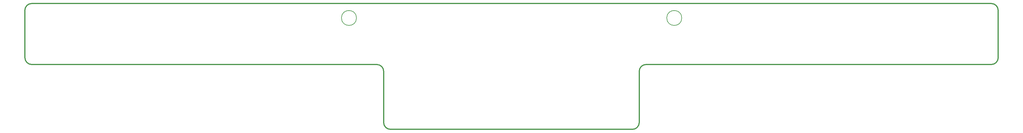
<source format=gm1>
G04 #@! TF.GenerationSoftware,KiCad,Pcbnew,(6.0.10-0)*
G04 #@! TF.CreationDate,2023-02-22T14:57:57+09:00*
G04 #@! TF.ProjectId,Sandy_Top,53616e64-795f-4546-9f70-2e6b69636164,v.0*
G04 #@! TF.SameCoordinates,Original*
G04 #@! TF.FileFunction,Profile,NP*
%FSLAX46Y46*%
G04 Gerber Fmt 4.6, Leading zero omitted, Abs format (unit mm)*
G04 Created by KiCad (PCBNEW (6.0.10-0)) date 2023-02-22 14:57:57*
%MOMM*%
%LPD*%
G01*
G04 APERTURE LIST*
G04 #@! TA.AperFunction,Profile*
%ADD10C,0.300000*%
G04 #@! TD*
G04 #@! TA.AperFunction,Profile*
%ADD11C,0.150000*%
G04 #@! TD*
G04 APERTURE END LIST*
D10*
X300455310Y-33714151D02*
X300455310Y-19778365D01*
X197355310Y-35703365D02*
X298455310Y-35714151D01*
X15469524Y-33714151D02*
X15455310Y-19778365D01*
X122509524Y-54778365D02*
X193355310Y-54778365D01*
X298455310Y-17778365D02*
X17455310Y-17778365D01*
X120509524Y-52778365D02*
X120509524Y-37703365D01*
X195355310Y-52778365D02*
X195355310Y-37703365D01*
X17469524Y-35714151D02*
X118509524Y-35703365D01*
X193355310Y-54778365D02*
G75*
G03*
X195355310Y-52778365I-20J2000020D01*
G01*
X197355310Y-35703365D02*
G75*
G03*
X195355310Y-37703365I-20J-1999980D01*
G01*
X15469524Y-33714151D02*
G75*
G03*
X17469524Y-35714151I1999999J-1D01*
G01*
X120509524Y-37703365D02*
G75*
G03*
X118509524Y-35703365I-1999999J1D01*
G01*
X298455310Y-35714105D02*
G75*
G03*
X300455310Y-33714151I0J2000000D01*
G01*
X120509524Y-52778365D02*
G75*
G03*
X122509524Y-54778365I1999999J-1D01*
G01*
X300455250Y-19778365D02*
G75*
G03*
X298455310Y-17778365I-1999840J160D01*
G01*
X17455310Y-17778365D02*
G75*
G03*
X15455310Y-19778365I-1J-1999999D01*
G01*
D11*
X112555310Y-22028365D02*
G75*
G03*
X112555310Y-22028365I-2200000J0D01*
G01*
X207805310Y-22028365D02*
G75*
G03*
X207805310Y-22028365I-2200000J0D01*
G01*
M02*

</source>
